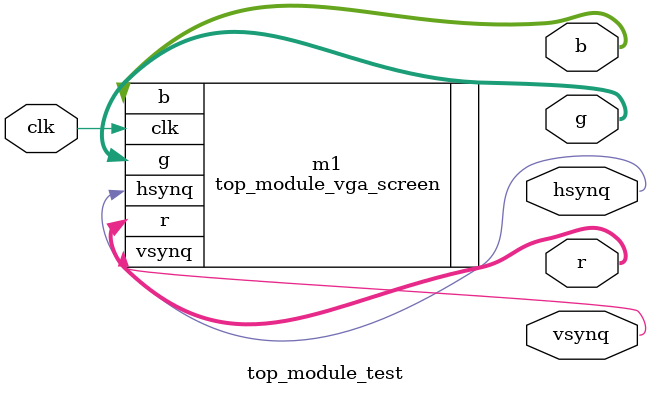
<source format=v>
`timescale 1ns / 1ps

module top_module_test
    (
        input clk, 

        output hsynq,
        output vsynq, 
        output [1:0] r,
        output [1:0] g, 
        output [1:0] b 

    );
    
    top_module_vga_screen m1
    (
        .clk(clk), 

        
        .hsynq(hsynq), 
        .vsynq(vsynq), 
        .r(r), 
        .g(g), 
        .b(b)
    );
    
endmodule



</source>
